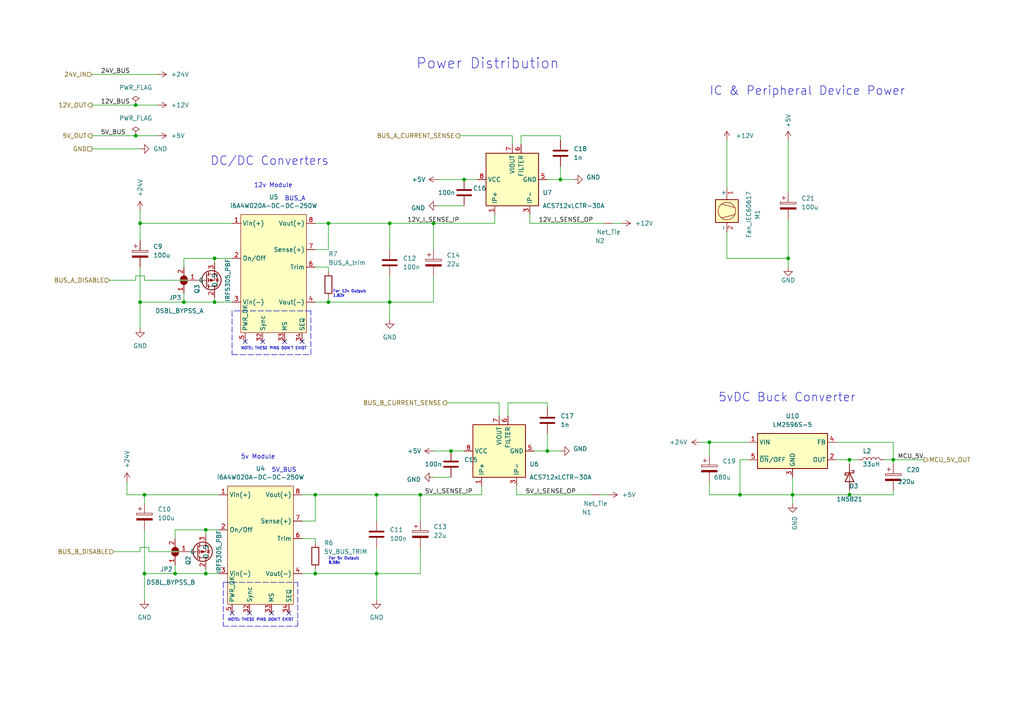
<source format=kicad_sch>
(kicad_sch (version 20211123) (generator eeschema)
  (paper "A4")
  (lib_symbols
    (symbol "000_Capacitor_Electrolytic_Immo:100u" (pin_numbers hide) (pin_names (offset 0.254))
      (property "Reference" "C" (at 0.635 2.54 0))
      (property "Value" "100u" (at 0.635 -2.54 0))
      (symbol "100u_0_1"
        (rectangle (start -2.286 0.508) (end 2.286 1.016))
        (polyline (pts (xy -1.778 2.286) (xy -0.762 2.286)))
        (polyline (pts (xy -1.27 2.794) (xy -1.27 1.778)))
        (rectangle (start 2.286 -0.508) (end -2.286 -1.016) (fill (type outline)))
      )
      (symbol "100u_1_1"
        (pin passive line (at 0 3.81 270) (length 2.794) (name "~") (number "1"))
        (pin passive line (at 0 -3.81 90) (length 2.794) (name "~") (number "2"))
      )
    )
    (symbol "000_Capacitor_Electrolytic_Immo:22u" (pin_numbers hide) (pin_names (offset 0.254))
      (property "Reference" "C" (at 0.635 2.54 0))
      (property "Value" "22u" (at 0.635 -2.54 0))
      (symbol "22u_0_1"
        (rectangle (start -2.286 0.508) (end 2.286 1.016))
        (polyline (pts (xy -1.778 2.286) (xy -0.762 2.286)))
        (polyline (pts (xy -1.27 2.794) (xy -1.27 1.778)))
        (rectangle (start 2.286 -0.508) (end -2.286 -1.016) (fill (type outline)))
      )
      (symbol "22u_1_1"
        (pin passive line (at 0 3.81 270) (length 2.794) (name "~") (number "1"))
        (pin passive line (at 0 -3.81 90) (length 2.794) (name "~") (number "2"))
      )
    )
    (symbol "000_Capacitor_Film_Immo:cap_film_0805" (pin_numbers hide) (pin_names (offset 0.254))
      (property "Reference" "C" (at 0.635 2.54 0))
      (property "Value" "cap_film_0805" (at 0.635 -2.54 0))
      (symbol "cap_film_0805_0_1"
        (polyline (pts (xy -2.032 -0.762) (xy 2.032 -0.762)) (stroke (width 0.508)))
        (polyline (pts (xy -2.032 0.762) (xy 2.032 0.762)) (stroke (width 0.508)))
      )
      (symbol "cap_film_0805_1_1"
        (pin passive line (at 0 3.81 270) (length 2.794) (name "~") (number "1"))
        (pin passive line (at 0 -3.81 90) (length 2.794) (name "~") (number "2"))
      )
    )
    (symbol "000_Heat_Management_Immo:Fan_IEC60617" (pin_names (offset 0))
      (property "Reference" "M" (at 3.81 3.81 0))
      (property "Value" "Fan_IEC60617" (at 3.81 2.54 0))
      (symbol "Fan_IEC60617_0_1"
        (rectangle (start -3.302 4.318) (end 3.302 -2.286) (stroke (width 0.254)) (fill (type background)))
        (polyline (pts (xy -1.524 -1.016) (xy 2.286 0)))
        (polyline (pts (xy -1.524 3.048) (xy 2.286 2.032)))
        (polyline (pts (xy 0 -5.08) (xy 0 -4.572)))
        (polyline (pts (xy 0 -2.2352) (xy 0 -2.6416)))
        (polyline (pts (xy 0 4.2672) (xy 0 4.6228)))
        (polyline (pts (xy 0 4.572) (xy 0 5.08)))
        (circle (center 0 1.016) (radius 2.54))
      )
      (symbol "Fan_IEC60617_1_1"
        (pin passive line (at 0 7.62 270) (length 2.54) (name "+") (number "1"))
        (pin passive line (at 0 -5.08 90) (length 2.54) (name "-") (number "2"))
      )
    )
    (symbol "000_MOSFET_Immo:IRF5305_PBF"
      (property "Reference" "Q?" (at 0 10.16 90))
      (property "Value" "IRF5305_PBF" (at 5.08 8.89 90))
      (symbol "IRF5305_PBF_0_1"
        (polyline (pts (xy 0.254 0) (xy -2.54 0)))
        (polyline (pts (xy 0.254 1.905) (xy 0.254 -1.905)) (stroke (width 0.254)))
        (polyline (pts (xy 0.762 -1.27) (xy 0.762 -2.286)) (stroke (width 0.254)))
        (polyline (pts (xy 0.762 0.508) (xy 0.762 -0.508)) (stroke (width 0.254)))
        (polyline (pts (xy 0.762 2.286) (xy 0.762 1.27)) (stroke (width 0.254)))
        (polyline (pts (xy 2.54 2.54) (xy 2.54 1.778)))
        (polyline (pts (xy 2.54 -2.54) (xy 2.54 0) (xy 0.762 0)))
        (polyline (pts (xy 0.762 1.778) (xy 3.302 1.778) (xy 3.302 -1.778) (xy 0.762 -1.778)))
        (polyline (pts (xy 2.286 0) (xy 1.27 0.381) (xy 1.27 -0.381) (xy 2.286 0)) (fill (type outline)))
        (polyline (pts (xy 2.794 -0.508) (xy 2.921 -0.381) (xy 3.683 -0.381) (xy 3.81 -0.254)))
        (polyline (pts (xy 3.302 -0.381) (xy 2.921 0.254) (xy 3.683 0.254) (xy 3.302 -0.381)))
        (circle (center 1.651 0) (radius 2.794) (stroke (width 0.254)))
        (circle (center 2.54 -1.778) (radius 0.254) (fill (type outline)))
        (circle (center 2.54 1.778) (radius 0.254) (fill (type outline)))
      )
      (symbol "IRF5305_PBF_1_1"
        (pin input line (at -5.08 0 0) (length 2.54) (name "G") (number "1"))
        (pin passive line (at 2.54 5.08 270) (length 2.54) (name "D") (number "2"))
        (pin passive line (at 2.54 -5.08 90) (length 2.54) (name "S") (number "3"))
      )
    )
    (symbol "000_Modules_Immo:i6A4W020A-DC-DC-250W"
      (property "Reference" "U?" (at -0.635 10.16 0))
      (property "Value" "i6A4W020A-DC-DC-250W" (at -0.635 7.62 0))
      (property "Footprint" "ISOpower:i6A4W-DIP" (at 0 0 0))
      (symbol "i6A4W020A-DC-DC-250W_0_0"
        (pin power_in line (at -12.7 2.54 0) (length 2.54) (name "Vin(+)") (number "1"))
        (pin passive line (at -12.7 -7.62 0) (length 2.54) (name "On/Off") (number "2"))
        (pin passive line (at -12.7 -20.32 0) (length 2.54) (name "Vin(-)") (number "3"))
        (pin passive line (at -3.81 -31.75 90) (length 2.54) (name "Sync") (number "32"))
        (pin passive line (at 2.54 -31.75 90) (length 2.54) (name "MS") (number "33"))
        (pin passive line (at 7.62 -31.75 90) (length 2.54) (name "SEQ") (number "34"))
        (pin passive line (at 11.43 -20.32 180) (length 2.54) (name "Vout(-)") (number "4"))
        (pin passive line (at -8.89 -31.75 90) (length 2.54) (name "PWR_OK") (number "5"))
        (pin passive line (at 11.43 -10.16 180) (length 2.54) (name "Trim") (number "6"))
        (pin input line (at 11.43 -5.08 180) (length 2.54) (name "Sense(+)") (number "7"))
        (pin power_out line (at 11.43 2.54 180) (length 2.54) (name "Vout(+)") (number "8"))
      )
      (symbol "i6A4W020A-DC-DC-250W_0_1"
        (rectangle (start -10.16 5.08) (end 8.89 -29.21) (fill (type background)))
      )
    )
    (symbol "000_Resistors_Immo:Resistor_0805" (pin_numbers hide) (pin_names (offset 0))
      (property "Reference" "R?" (at 2.54 1.2701 0))
      (property "Value" "Resistor_0805" (at 2.54 -1.2699 0))
      (symbol "Resistor_0805_0_1"
        (rectangle (start -1.016 -2.54) (end 1.016 2.54) (stroke (width 0.254)))
      )
      (symbol "Resistor_0805_1_1"
        (pin passive line (at 0 3.81 270) (length 1.27) (name "~") (number "1"))
        (pin passive line (at 0 -3.81 90) (length 1.27) (name "~") (number "2"))
      )
    )
    (symbol "000_Utility_Immo:Net_Tie" (pin_numbers hide) (pin_names (offset 0) hide) (in_bom no)
      (property "Reference" "N" (at 0 5.08 0))
      (property "Value" "Net_Tie" (at 0 2.794 0))
      (symbol "Net_Tie_1_1"
        (pin passive line (at -1.27 0 0) (length 1.27) (name "A") (number "1"))
        (pin passive line (at 1.27 0 180) (length 1.27) (name "C") (number "2"))
      )
    )
    (symbol "Device:L" (pin_numbers hide) (pin_names (offset 1.016) hide)
      (property "Reference" "L" (at -1.27 0 90))
      (property "Value" "L" (at 1.905 0 90))
      (symbol "L_0_1"
        (arc (start 0 -2.54) (mid 0.635 -1.905) (end 0 -1.27))
        (arc (start 0 -1.27) (mid 0.635 -0.635) (end 0 0))
        (arc (start 0 0) (mid 0.635 0.635) (end 0 1.27))
        (arc (start 0 1.27) (mid 0.635 1.905) (end 0 2.54))
      )
      (symbol "L_1_1"
        (pin passive line (at 0 3.81 270) (length 1.27) (name "1") (number "1"))
        (pin passive line (at 0 -3.81 90) (length 1.27) (name "2") (number "2"))
      )
    )
    (symbol "Diode:1N5821" (pin_numbers hide) (pin_names (offset 1.016) hide)
      (property "Reference" "D" (at 0 2.54 0))
      (property "Value" "1N5821" (at 0 -2.54 0))
      (symbol "1N5821_0_1"
        (polyline (pts (xy 1.27 0) (xy -1.27 0)))
        (polyline (pts (xy 1.27 1.27) (xy 1.27 -1.27) (xy -1.27 0) (xy 1.27 1.27)) (stroke (width 0.254)))
        (polyline (pts (xy -1.905 0.635) (xy -1.905 1.27) (xy -1.27 1.27) (xy -1.27 -1.27) (xy -0.635 -1.27) (xy -0.635 -0.635)) (stroke (width 0.254)))
      )
      (symbol "1N5821_1_1"
        (pin passive line (at -3.81 0 0) (length 2.54) (name "K") (number "1"))
        (pin passive line (at 3.81 0 180) (length 2.54) (name "A") (number "2"))
      )
    )
    (symbol "Jumper:SolderJumper_2_Open" (pin_names (offset 0) hide)
      (property "Reference" "JP" (at 0 2.032 0))
      (property "Value" "SolderJumper_2_Open" (at 0 -2.54 0))
      (symbol "SolderJumper_2_Open_0_1"
        (arc (start -0.254 1.016) (mid -1.27 0) (end -0.254 -1.016))
        (arc (start -0.254 1.016) (mid -1.27 0) (end -0.254 -1.016) (fill (type outline)))
        (polyline (pts (xy -0.254 1.016) (xy -0.254 -1.016)))
        (polyline (pts (xy 0.254 1.016) (xy 0.254 -1.016)))
        (arc (start 0.254 -1.016) (mid 1.27 0) (end 0.254 1.016))
        (arc (start 0.254 -1.016) (mid 1.27 0) (end 0.254 1.016) (fill (type outline)))
      )
      (symbol "SolderJumper_2_Open_1_1"
        (pin passive line (at -3.81 0 0) (length 2.54) (name "A") (number "1"))
        (pin passive line (at 3.81 0 180) (length 2.54) (name "B") (number "2"))
      )
    )
    (symbol "Regulator_Switching:LM2596S-5"
      (property "Reference" "U" (at -10.16 6.35 0))
      (property "Value" "LM2596S-5" (at 0 6.35 0))
      (symbol "LM2596S-5_0_1"
        (rectangle (start -10.16 5.08) (end 10.16 -5.08) (stroke (width 0.254)) (fill (type background)))
      )
      (symbol "LM2596S-5_1_1"
        (pin power_in line (at -12.7 2.54 0) (length 2.54) (name "VIN") (number "1"))
        (pin output line (at 12.7 -2.54 180) (length 2.54) (name "OUT") (number "2"))
        (pin power_in line (at 0 -7.62 90) (length 2.54) (name "GND") (number "3"))
        (pin input line (at 12.7 2.54 180) (length 2.54) (name "FB") (number "4"))
        (pin input line (at -12.7 -2.54 0) (length 2.54) (name "~{ON}/OFF") (number "5"))
      )
    )
    (symbol "Sensor_Current:ACS712xLCTR-30A"
      (property "Reference" "U" (at 2.54 11.43 0))
      (property "Value" "ACS712xLCTR-30A" (at 2.54 8.89 0))
      (symbol "ACS712xLCTR-30A_0_1"
        (rectangle (start -7.62 7.62) (end 7.62 -7.62) (stroke (width 0.254)) (fill (type background)))
      )
      (symbol "ACS712xLCTR-30A_1_1"
        (pin passive line (at -10.16 5.08 0) (length 2.54) (name "IP+") (number "1"))
        (pin passive line (at -10.16 5.08 0) (length 2.54) hide (name "IP+") (number "2"))
        (pin passive line (at -10.16 -5.08 0) (length 2.54) (name "IP-") (number "3"))
        (pin passive line (at -10.16 -5.08 0) (length 2.54) hide (name "IP-") (number "4"))
        (pin power_in line (at 0 -10.16 90) (length 2.54) (name "GND") (number "5"))
        (pin passive line (at 10.16 -2.54 180) (length 2.54) (name "FILTER") (number "6"))
        (pin output line (at 10.16 0 180) (length 2.54) (name "VIOUT") (number "7"))
        (pin power_in line (at 0 10.16 270) (length 2.54) (name "VCC") (number "8"))
      )
    )
    (symbol "power:+12V" (power) (pin_names (offset 0))
      (property "Value" "+12V" (at 0 3.556 0))
      (symbol "+12V_0_1"
        (polyline (pts (xy -0.762 1.27) (xy 0 2.54)))
        (polyline (pts (xy 0 0) (xy 0 2.54)))
        (polyline (pts (xy 0 2.54) (xy 0.762 1.27)))
      )
      (symbol "+12V_1_1"
        (pin power_in line (at 0 0 90) (length 0) hide (name "+12V") (number "1"))
      )
    )
    (symbol "power:+24V" (power) (pin_names (offset 0))
      (property "Value" "+24V" (at 0 3.556 0))
      (symbol "+24V_0_1"
        (polyline (pts (xy -0.762 1.27) (xy 0 2.54)))
        (polyline (pts (xy 0 0) (xy 0 2.54)))
        (polyline (pts (xy 0 2.54) (xy 0.762 1.27)))
      )
      (symbol "+24V_1_1"
        (pin power_in line (at 0 0 90) (length 0) hide (name "+24V") (number "1"))
      )
    )
    (symbol "power:+5V" (power) (pin_names (offset 0))
      (property "Value" "+5V" (at 0 3.556 0))
      (symbol "+5V_0_1"
        (polyline (pts (xy -0.762 1.27) (xy 0 2.54)))
        (polyline (pts (xy 0 0) (xy 0 2.54)))
        (polyline (pts (xy 0 2.54) (xy 0.762 1.27)))
      )
      (symbol "+5V_1_1"
        (pin power_in line (at 0 0 90) (length 0) hide (name "+5V") (number "1"))
      )
    )
    (symbol "power:GND" (power) (pin_names (offset 0))
      (property "Value" "GND" (at 0 -3.81 0))
      (symbol "GND_0_1"
        (polyline (pts (xy 0 0) (xy 0 -1.27) (xy 1.27 -1.27) (xy 0 -2.54) (xy -1.27 -1.27) (xy 0 -1.27)))
      )
      (symbol "GND_1_1"
        (pin power_in line (at 0 0 270) (length 0) hide (name "GND") (number "1"))
      )
    )
    (symbol "power:PWR_FLAG" (power) (pin_numbers hide) (pin_names (offset 0) hide)
      (property "Value" "PWR_FLAG" (at 0 3.81 0))
      (symbol "PWR_FLAG_0_0"
        (pin power_out line (at 0 0 90) (length 0) (name "pwr") (number "1"))
      )
      (symbol "PWR_FLAG_0_1"
        (polyline (pts (xy 0 0) (xy 0 1.27) (xy -1.016 1.905) (xy 0 2.54) (xy 1.016 1.905) (xy 0 1.27)))
      )
    )
  )
  (junction (at 228.6 74.93))
  (junction (at 134.62 52.07))
  (junction (at 41.91 143.51))
  (junction (at 50.8 166.37))
  (junction (at 62.23 87.63))
  (junction (at 109.22 143.51))
  (junction (at 246.38 133.35))
  (junction (at 205.74 128.27))
  (junction (at 39.37 30.48))
  (junction (at 125.73 64.77))
  (junction (at 246.38 143.51))
  (junction (at 39.37 39.37))
  (junction (at 59.69 153.67))
  (junction (at 113.03 64.77))
  (junction (at 121.92 143.51))
  (junction (at 91.44 166.37))
  (junction (at 158.75 130.81))
  (junction (at 40.64 64.77))
  (junction (at 95.25 87.63))
  (junction (at 91.44 143.51))
  (junction (at 59.69 166.37))
  (junction (at 109.22 166.37))
  (junction (at 130.81 130.81))
  (junction (at 95.25 64.77))
  (junction (at 53.34 87.63))
  (junction (at 229.87 143.51))
  (junction (at 41.91 166.37))
  (junction (at 162.56 52.07))
  (junction (at 40.64 87.63))
  (junction (at 214.63 143.51))
  (junction (at 62.23 74.93))
  (junction (at 113.03 87.63))
  (junction (at 259.08 133.35))
  (no_connect (at 72.39 177.8))
  (no_connect (at 67.31 177.8))
  (no_connect (at 83.82 177.8))
  (no_connect (at 78.74 177.8))
  (no_connect (at 87.63 99.06))
  (no_connect (at 76.2 99.06))
  (no_connect (at 71.12 99.06))
  (no_connect (at 82.55 99.06))
  (wire (pts (xy 256.54 133.35) (xy 259.08 133.35)))
  (wire (pts (xy 149.86 143.51) (xy 171.45 143.51)))
  (wire (pts (xy 39.37 80.01) (xy 41.91 80.01)))
  (wire (pts (xy 228.6 63.5) (xy 228.6 74.93)))
  (wire (pts (xy 214.63 143.51) (xy 205.74 143.51)))
  (wire (pts (xy 87.63 166.37) (xy 91.44 166.37)))
  (wire (pts (xy 91.44 64.77) (xy 95.25 64.77)))
  (wire (pts (xy 91.44 87.63) (xy 95.25 87.63)))
  (wire (pts (xy 31.75 81.28) (xy 39.37 81.28)))
  (wire (pts (xy 246.38 143.51) (xy 259.08 143.51)))
  (wire (pts (xy 151.13 39.37) (xy 162.56 39.37)))
  (wire (pts (xy 125.73 130.81) (xy 130.81 130.81)))
  (polyline (pts (xy 86.36 181.61) (xy 86.36 168.91)))
  (wire (pts (xy 26.67 30.48) (xy 39.37 30.48)))
  (wire (pts (xy 91.44 166.37) (xy 91.44 165.1)))
  (wire (pts (xy 134.62 59.69) (xy 127 59.69)))
  (wire (pts (xy 33.02 160.02) (xy 40.64 160.02)))
  (wire (pts (xy 259.08 142.24) (xy 259.08 143.51)))
  (wire (pts (xy 50.8 166.37) (xy 59.69 166.37)))
  (wire (pts (xy 228.6 40.64) (xy 228.6 55.88)))
  (wire (pts (xy 113.03 92.71) (xy 113.03 87.63)))
  (polyline (pts (xy 64.77 168.91) (xy 64.77 181.61)))
  (wire (pts (xy 91.44 156.21) (xy 91.44 157.48)))
  (wire (pts (xy 95.25 87.63) (xy 113.03 87.63)))
  (wire (pts (xy 26.67 43.18) (xy 40.64 43.18)))
  (wire (pts (xy 125.73 64.77) (xy 143.51 64.77)))
  (wire (pts (xy 26.67 21.59) (xy 45.72 21.59)))
  (wire (pts (xy 246.38 133.35) (xy 242.57 133.35)))
  (wire (pts (xy 62.23 74.93) (xy 53.34 74.93)))
  (wire (pts (xy 113.03 87.63) (xy 113.03 80.01)))
  (wire (pts (xy 153.67 64.77) (xy 175.26 64.77)))
  (wire (pts (xy 50.8 163.83) (xy 50.8 166.37)))
  (wire (pts (xy 87.63 156.21) (xy 91.44 156.21)))
  (wire (pts (xy 121.92 151.13) (xy 121.92 143.51)))
  (wire (pts (xy 87.63 151.13) (xy 91.44 151.13)))
  (wire (pts (xy 176.53 143.51) (xy 173.99 143.51)))
  (wire (pts (xy 59.69 165.1) (xy 59.69 166.37)))
  (wire (pts (xy 205.74 128.27) (xy 217.17 128.27)))
  (wire (pts (xy 36.83 139.7) (xy 36.83 143.51)))
  (wire (pts (xy 62.23 76.2) (xy 62.23 74.93)))
  (wire (pts (xy 214.63 133.35) (xy 214.63 143.51)))
  (wire (pts (xy 41.91 143.51) (xy 63.5 143.51)))
  (polyline (pts (xy 90.17 90.17) (xy 67.31 90.17)))
  (wire (pts (xy 43.18 160.02) (xy 52.07 160.02)))
  (wire (pts (xy 43.18 158.75) (xy 43.18 160.02)))
  (wire (pts (xy 109.22 166.37) (xy 121.92 166.37)))
  (wire (pts (xy 59.69 153.67) (xy 59.69 154.94)))
  (wire (pts (xy 147.32 116.84) (xy 147.32 120.65)))
  (wire (pts (xy 40.64 160.02) (xy 40.64 158.75)))
  (wire (pts (xy 151.13 39.37) (xy 151.13 41.91)))
  (wire (pts (xy 210.82 40.64) (xy 210.82 54.61)))
  (wire (pts (xy 41.91 153.67) (xy 41.91 166.37)))
  (wire (pts (xy 39.37 81.28) (xy 39.37 80.01)))
  (wire (pts (xy 229.87 143.51) (xy 214.63 143.51)))
  (polyline (pts (xy 64.77 181.61) (xy 86.36 181.61)))
  (wire (pts (xy 246.38 143.51) (xy 246.38 142.24)))
  (wire (pts (xy 26.67 39.37) (xy 39.37 39.37)))
  (wire (pts (xy 95.25 64.77) (xy 113.03 64.77)))
  (wire (pts (xy 62.23 86.36) (xy 62.23 87.63)))
  (wire (pts (xy 246.38 134.62) (xy 246.38 133.35)))
  (polyline (pts (xy 90.17 102.87) (xy 90.17 90.17)))
  (wire (pts (xy 113.03 87.63) (xy 125.73 87.63)))
  (wire (pts (xy 87.63 143.51) (xy 91.44 143.51)))
  (wire (pts (xy 53.34 74.93) (xy 53.34 77.47)))
  (wire (pts (xy 59.69 166.37) (xy 63.5 166.37)))
  (wire (pts (xy 40.64 77.47) (xy 40.64 87.63)))
  (wire (pts (xy 210.82 74.93) (xy 228.6 74.93)))
  (wire (pts (xy 39.37 39.37) (xy 45.72 39.37)))
  (wire (pts (xy 41.91 166.37) (xy 50.8 166.37)))
  (polyline (pts (xy 64.77 168.91) (xy 86.36 168.91)))
  (wire (pts (xy 121.92 143.51) (xy 139.7 143.51)))
  (wire (pts (xy 63.5 153.67) (xy 59.69 153.67)))
  (wire (pts (xy 36.83 143.51) (xy 41.91 143.51)))
  (wire (pts (xy 162.56 48.26) (xy 162.56 52.07)))
  (wire (pts (xy 134.62 52.07) (xy 138.43 52.07)))
  (wire (pts (xy 109.22 166.37) (xy 109.22 158.75)))
  (wire (pts (xy 158.75 116.84) (xy 147.32 116.84)))
  (wire (pts (xy 41.91 80.01) (xy 41.91 81.28)))
  (wire (pts (xy 95.25 77.47) (xy 95.25 78.74)))
  (wire (pts (xy 148.59 41.91) (xy 148.59 39.37)))
  (wire (pts (xy 133.35 39.37) (xy 148.59 39.37)))
  (wire (pts (xy 91.44 77.47) (xy 95.25 77.47)))
  (wire (pts (xy 125.73 72.39) (xy 125.73 64.77)))
  (wire (pts (xy 259.08 133.35) (xy 259.08 128.27)))
  (wire (pts (xy 143.51 64.77) (xy 143.51 62.23)))
  (wire (pts (xy 149.86 140.97) (xy 149.86 143.51)))
  (wire (pts (xy 91.44 151.13) (xy 91.44 143.51)))
  (wire (pts (xy 40.64 158.75) (xy 43.18 158.75)))
  (polyline (pts (xy 67.31 90.17) (xy 67.31 102.87)))
  (wire (pts (xy 130.81 130.81) (xy 134.62 130.81)))
  (wire (pts (xy 109.22 151.13) (xy 109.22 143.51)))
  (wire (pts (xy 144.78 116.84) (xy 144.78 120.65)))
  (wire (pts (xy 259.08 133.35) (xy 259.08 134.62)))
  (wire (pts (xy 62.23 74.93) (xy 67.31 74.93)))
  (wire (pts (xy 91.44 72.39) (xy 95.25 72.39)))
  (wire (pts (xy 91.44 143.51) (xy 109.22 143.51)))
  (wire (pts (xy 95.25 87.63) (xy 95.25 86.36)))
  (wire (pts (xy 109.22 173.99) (xy 109.22 166.37)))
  (wire (pts (xy 39.37 30.48) (xy 45.72 30.48)))
  (wire (pts (xy 246.38 133.35) (xy 248.92 133.35)))
  (wire (pts (xy 205.74 128.27) (xy 205.74 132.08)))
  (wire (pts (xy 229.87 143.51) (xy 229.87 146.05)))
  (wire (pts (xy 229.87 143.51) (xy 246.38 143.51)))
  (wire (pts (xy 113.03 72.39) (xy 113.03 64.77)))
  (wire (pts (xy 40.64 64.77) (xy 67.31 64.77)))
  (wire (pts (xy 203.2 128.27) (xy 205.74 128.27)))
  (wire (pts (xy 41.91 146.05) (xy 41.91 143.51)))
  (wire (pts (xy 62.23 87.63) (xy 67.31 87.63)))
  (wire (pts (xy 40.64 87.63) (xy 53.34 87.63)))
  (wire (pts (xy 242.57 128.27) (xy 259.08 128.27)))
  (wire (pts (xy 40.64 87.63) (xy 40.64 95.25)))
  (wire (pts (xy 95.25 72.39) (xy 95.25 64.77)))
  (wire (pts (xy 40.64 60.96) (xy 40.64 64.77)))
  (wire (pts (xy 162.56 52.07) (xy 166.37 52.07)))
  (wire (pts (xy 109.22 143.51) (xy 121.92 143.51)))
  (wire (pts (xy 158.75 130.81) (xy 162.56 130.81)))
  (wire (pts (xy 217.17 133.35) (xy 214.63 133.35)))
  (wire (pts (xy 53.34 85.09) (xy 53.34 87.63)))
  (wire (pts (xy 154.94 130.81) (xy 158.75 130.81)))
  (wire (pts (xy 210.82 67.31) (xy 210.82 74.93)))
  (wire (pts (xy 125.73 87.63) (xy 125.73 80.01)))
  (wire (pts (xy 53.34 87.63) (xy 62.23 87.63)))
  (wire (pts (xy 158.75 125.73) (xy 158.75 130.81)))
  (wire (pts (xy 228.6 74.93) (xy 228.6 77.47)))
  (wire (pts (xy 139.7 143.51) (xy 139.7 140.97)))
  (wire (pts (xy 130.81 138.43) (xy 125.73 138.43)))
  (wire (pts (xy 113.03 64.77) (xy 125.73 64.77)))
  (wire (pts (xy 259.08 133.35) (xy 267.97 133.35)))
  (wire (pts (xy 158.75 52.07) (xy 162.56 52.07)))
  (wire (pts (xy 40.64 64.77) (xy 40.64 69.85)))
  (wire (pts (xy 91.44 166.37) (xy 109.22 166.37)))
  (wire (pts (xy 50.8 153.67) (xy 59.69 153.67)))
  (wire (pts (xy 41.91 81.28) (xy 54.61 81.28)))
  (wire (pts (xy 50.8 156.21) (xy 50.8 153.67)))
  (wire (pts (xy 205.74 139.7) (xy 205.74 143.51)))
  (wire (pts (xy 41.91 166.37) (xy 41.91 173.99)))
  (wire (pts (xy 153.67 62.23) (xy 153.67 64.77)))
  (wire (pts (xy 127 52.07) (xy 134.62 52.07)))
  (wire (pts (xy 162.56 40.64) (xy 162.56 39.37)))
  (wire (pts (xy 121.92 166.37) (xy 121.92 158.75)))
  (wire (pts (xy 158.75 118.11) (xy 158.75 116.84)))
  (wire (pts (xy 180.34 64.77) (xy 177.8 64.77)))
  (wire (pts (xy 129.54 116.84) (xy 144.78 116.84)))
  (polyline (pts (xy 67.31 102.87) (xy 90.17 102.87)))
  (wire (pts (xy 229.87 138.43) (xy 229.87 143.51)))
  (text "For 5v Output:\n8.58k" (at 95.25 163.83 0) (effects (font (size 0.8 0.8)) (justify left bottom)))
  (text "12v Module" (at 73.66 54.61 0) (effects (font (size 1.27 1.27)) (justify left bottom)))
  (text "IC & Peripheral Device Power" (at 205.74 27.94 0) (effects (font (size 2.5 2.5)) (justify left bottom)))
  (text "NOTE: THESE PINS DON'T EXIST" (at 69.85 101.6 0) (effects (font (size 0.8 0.8)) (justify left bottom)))
  (text "NOTE: THESE PINS DON'T EXIST" (at 66.04 180.34 0) (effects (font (size 0.8 0.8)) (justify left bottom)))
  (text "5v Module" (at 69.85 133.35 0) (effects (font (size 1.27 1.27)) (justify left bottom)))
  (text "Power Distribution" (at 120.65 20.32 0) (effects (font (size 3 3)) (justify left bottom)))
  (text "DC/DC Converters" (at 60.96 48.26 0) (effects (font (size 2.5 2.5)) (justify left bottom)))
  (text "For 12v Output:\n1.82k" (at 96.52 86.36 0) (effects (font (size 0.8 0.8)) (justify left bottom)))
  (text "5vDC Buck Converter" (at 208.28 116.84 0) (effects (font (size 2.5 2.5)) (justify left bottom)))
  (text "5V_BUS" (at 78.74 137.16 0) (effects (font (size 1.27 1.27)) (justify left bottom)))
  (text "BUS_A" (at 82.55 58.42 0) (effects (font (size 1.27 1.27)) (justify left bottom)))
  (label "12V_I_SENSE_IP" (at 118.11 64.77 0))
  (label "12V_I_SENSE_OP" (at 156.21 64.77 0))
  (label "5V_I_SENSE_OP" (at 152.4 143.51 0))
  (label "12V_BUS" (at 29.21 30.48 0))
  (label "24V_BUS" (at 29.21 21.59 0))
  (label "5V_BUS" (at 29.21 39.37 0))
  (label "MCU_5V" (at 260.35 133.35 0))
  (label "5V_I_SENSE_IP" (at 123.19 143.51 0))
  (hierarchical_label "BUS_B_CURRENT_SENSE" (shape output) (at 129.54 116.84 180))
  (hierarchical_label "GND" (shape passive) (at 26.67 43.18 180))
  (hierarchical_label "5V_OUT" (shape output) (at 26.67 39.37 180))
  (hierarchical_label "BUS_B_DISABLE" (shape input) (at 33.02 160.02 180))
  (hierarchical_label "24V_IN" (shape input) (at 26.67 21.59 180))
  (hierarchical_label "12V_OUT" (shape output) (at 26.67 30.48 180))
  (hierarchical_label "BUS_A_CURRENT_SENSE" (shape output) (at 133.35 39.37 180))
  (hierarchical_label "BUS_A_DISABLE" (shape input) (at 31.75 81.28 180))
  (hierarchical_label "MCU_5V_OUT" (shape output) (at 267.97 133.35 0))
  (symbol (lib_id "power:GND") (at 162.56 130.81 90) (unit 1)
    (property "Reference" "#PWR045" (effects hide))
    (property "Value" "GND" (at 168.275 130.175 90))
  )
  (symbol (lib_id "000_Modules_Immo:i6A4W020A-DC-DC-250W") (at 76.2 146.05 0) (unit 1)
    (property "Reference" "U4" (at 75.565 135.89 0))
    (property "Value" "i6A4W020A-DC-DC-250W" (at 75.565 138.43 0))
    (property "Footprint" "ISOpower:i6A4W-DIP" (effects hide))
  )
  (symbol (lib_id "Diode:1N5821") (at 246.38 138.43 270) (unit 1)
    (property "Reference" "D3" (at 247.65 140.97 90))
    (property "Value" "1N5821" (at 246.38 144.78 90))
    (property "Footprint" "Diode_SMD:D_SMA" (effects hide))
    (property "Datasheet" "http://www.vishay.com/docs/88526/1n5820.pdf" (effects hide))
  )
  (symbol (lib_id "000_Capacitor_Electrolytic_Immo:100u") (at 259.08 138.43 0) (unit 1)
    (property "Reference" "C20" (at 262.89 136.2709 0) (effects (justify left)))
    (property "Value" "220u" (at 260.35 139.7 0) (effects (justify left)))
    (property "Footprint" "Capacitor_SMD:CP_Elec_6.3x7.7" (effects hide))
  )
  (symbol (lib_id "000_Capacitor_Film_Immo:cap_film_0805") (at 134.62 55.88 0) (unit 1)
    (property "Reference" "C16" (at 137.16 54.61 0) (effects (justify left)))
    (property "Value" "100n" (at 127 55.88 0) (effects (justify left)))
    (property "Footprint" "Capacitor_SMD:C_0805_2012Metric_Pad1.18x1.45mm_HandSolder" (effects hide))
  )
  (symbol (lib_id "power:GND") (at 229.87 146.05 0) (unit 1)
    (property "Reference" "#PWR051" (effects hide))
    (property "Value" "GND" (at 230.505 151.765 90))
  )
  (symbol (lib_id "000_Capacitor_Electrolytic_Immo:100u") (at 205.74 135.89 0) (unit 1)
    (property "Reference" "C19" (at 209.55 133.7309 0) (effects (justify left)))
    (property "Value" "680u" (at 207.01 138.43 0) (effects (justify left)))
    (property "Footprint" "Capacitor_THT:C_Radial_D12.5mm_H20.0mm_P5.00mm" (effects hide))
  )
  (symbol (lib_id "power:+24V") (at 36.83 139.7 0) (unit 1)
    (property "Reference" "#PWR029" (effects hide))
    (property "Value" "+24V" (at 36.83 135.89 90) (effects (justify left)))
  )
  (symbol (lib_id "000_Utility_Immo:Net_Tie") (at 176.53 64.77 0) (unit 1) (in_bom no)
    (property "Reference" "N2" (at 173.99 69.85 0))
    (property "Value" "Net_Tie" (at 176.53 67.31 0))
    (property "Footprint" "NetTie:NetTie-2_SMD_Pad0.5mm" (effects hide))
  )
  (symbol (lib_id "power:+24V") (at 45.72 21.59 270) (unit 1)
    (property "Reference" "#PWR030" (effects hide))
    (property "Value" "+24V" (at 49.53 21.59 90) (effects (justify left)))
  )
  (symbol (lib_id "power:+5V") (at 125.73 130.81 90) (unit 1)
    (property "Reference" "#PWR039" (effects hide))
    (property "Value" "+5V" (at 118.11 130.81 90) (effects (justify right)))
  )
  (symbol (lib_id "power:+5V") (at 45.72 39.37 270) (unit 1)
    (property "Reference" "#PWR032" (effects hide))
    (property "Value" "+5V" (at 49.53 39.3699 90) (effects (justify left)))
  )
  (symbol (lib_id "power:GND") (at 41.91 173.99 0) (unit 1)
    (property "Reference" "#PWR036" (effects hide))
    (property "Value" "GND" (at 41.91 179.07 0))
  )
  (symbol (lib_id "Regulator_Switching:LM2596S-5") (at 229.87 130.81 0) (unit 1)
    (property "Reference" "U10" (at 229.87 120.65 0))
    (property "Value" "LM2596S-5" (at 229.87 123.19 0))
    (property "Footprint" "Package_TO_SOT_SMD:TO-263-5_TabPin3" (effects hide))
    (property "Datasheet" "http://www.ti.com/lit/ds/symlink/lm2596.pdf" (effects hide))
  )
  (symbol (lib_id "power:GND") (at 40.64 43.18 90) (unit 1)
    (property "Reference" "#PWR033" (effects hide))
    (property "Value" "GND" (at 44.45 43.1799 90) (effects (justify right)))
  )
  (symbol (lib_id "Device:L") (at 252.73 133.35 90) (unit 1)
    (property "Reference" "L2" (at 251.46 130.81 90))
    (property "Value" "33uH" (at 252.73 134.62 90))
    (property "Footprint" "Inductor_SMD:L_12x12mm_H8mm" (effects hide))
  )
  (symbol (lib_id "power:GND") (at 125.73 138.43 270) (unit 1)
    (property "Reference" "#PWR040" (effects hide))
    (property "Value" "GND" (at 120.015 139.065 90))
  )
  (symbol (lib_id "Sensor_Current:ACS712xLCTR-30A") (at 144.78 130.81 90) (unit 1)
    (property "Reference" "U6" (at 154.94 134.62 90))
    (property "Value" "ACS712xLCTR-30A" (at 162.56 138.43 90))
    (property "Footprint" "Package_SO:SOIC-8_3.9x4.9mm_P1.27mm" (effects hide))
    (property "Datasheet" "http://www.allegromicro.com/~/media/Files/Datasheets/ACS712-Datasheet.ashx?la=en" (effects hide))
  )
  (symbol (lib_id "Sensor_Current:ACS712xLCTR-30A") (at 148.59 52.07 90) (unit 1)
    (property "Reference" "U7" (at 158.75 55.88 90))
    (property "Value" "ACS712xLCTR-30A" (at 166.37 59.69 90))
    (property "Footprint" "Package_SO:SOIC-8_3.9x4.9mm_P1.27mm" (effects hide))
    (property "Datasheet" "http://www.allegromicro.com/~/media/Files/Datasheets/ACS712-Datasheet.ashx?la=en" (effects hide))
  )
  (symbol (lib_id "power:PWR_FLAG") (at 39.37 30.48 0) (unit 1)
    (property "Reference" "#FLG04" (effects hide))
    (property "Value" "PWR_FLAG" (at 39.37 25.4 0))
  )
  (symbol (lib_id "000_Resistors_Immo:Resistor_0805") (at 95.25 82.55 0) (unit 1)
    (property "Reference" "R7" (at 95.25 73.66 0) (effects (justify left)))
    (property "Value" "BUS_A_trim" (at 95.25 76.2 0) (effects (justify left)))
    (property "Footprint" "Resistor_THT:R_Axial_DIN0309_L9.0mm_D3.2mm_P12.70mm_Horizontal" (effects hide))
  )
  (symbol (lib_id "000_Capacitor_Electrolytic_Immo:22u") (at 121.92 154.94 0) (unit 1)
    (property "Reference" "C13" (at 125.73 152.7809 0) (effects (justify left)))
    (property "Value" "22u" (at 125.73 155.3209 0) (effects (justify left)))
    (property "Footprint" "Capacitor_SMD:CP_Elec_6.3x5.4" (effects hide))
  )
  (symbol (lib_id "000_Capacitor_Film_Immo:cap_film_0805") (at 113.03 76.2 0) (unit 1)
    (property "Reference" "C12" (at 116.84 74.9299 0) (effects (justify left)))
    (property "Value" "100n" (at 116.84 77.4699 0) (effects (justify left)))
    (property "Footprint" "Capacitor_SMD:C_0805_2012Metric_Pad1.18x1.45mm_HandSolder" (effects hide))
  )
  (symbol (lib_id "000_Capacitor_Film_Immo:cap_film_0805") (at 162.56 44.45 0) (unit 1)
    (property "Reference" "C18" (at 166.37 43.1799 0) (effects (justify left)))
    (property "Value" "1n" (at 166.37 45.7199 0) (effects (justify left)))
    (property "Footprint" "Capacitor_SMD:C_0805_2012Metric_Pad1.18x1.45mm_HandSolder" (effects hide))
  )
  (symbol (lib_id "000_Heat_Management_Immo:Fan_IEC60617") (at 210.82 62.23 0) (unit 1)
    (property "Reference" "M1" (at 219.71 62.23 90))
    (property "Value" "Fan_IEC60617" (at 217.17 62.23 90))
    (property "Footprint" "ISOpower:Fan12V_40by10.5mm" (effects hide))
  )
  (symbol (lib_id "power:+24V") (at 203.2 128.27 90) (unit 1)
    (property "Reference" "#PWR048" (effects hide))
    (property "Value" "+24V" (at 199.39 128.27 90) (effects (justify left)))
  )
  (symbol (lib_id "000_Capacitor_Electrolytic_Immo:100u") (at 228.6 59.69 0) (unit 1)
    (property "Reference" "C21" (at 232.41 57.5309 0) (effects (justify left)))
    (property "Value" "100u" (at 232.41 60.0709 0) (effects (justify left)))
    (property "Footprint" "Capacitor_SMD:CP_Elec_6.3x7.7" (effects hide))
  )
  (symbol (lib_id "000_Capacitor_Electrolytic_Immo:100u") (at 40.64 73.66 0) (unit 1)
    (property "Reference" "C9" (at 44.45 71.5009 0) (effects (justify left)))
    (property "Value" "100u" (at 44.45 74.0409 0) (effects (justify left)))
    (property "Footprint" "Capacitor_SMD:CP_Elec_6.3x7.7" (effects hide))
  )
  (symbol (lib_id "000_Capacitor_Electrolytic_Immo:22u") (at 125.73 76.2 0) (unit 1)
    (property "Reference" "C14" (at 129.54 74.0409 0) (effects (justify left)))
    (property "Value" "22u" (at 129.54 76.5809 0) (effects (justify left)))
    (property "Footprint" "Capacitor_SMD:CP_Elec_6.3x5.4" (effects hide))
  )
  (symbol (lib_id "power:+12V") (at 45.72 30.48 270) (unit 1)
    (property "Reference" "#PWR031" (effects hide))
    (property "Value" "+12V" (at 49.53 30.4799 90) (effects (justify left)))
  )
  (symbol (lib_id "power:GND") (at 166.37 52.07 90) (unit 1)
    (property "Reference" "#PWR046" (effects hide))
    (property "Value" "GND" (at 172.085 51.435 90))
  )
  (symbol (lib_id "power:GND") (at 127 59.69 270) (unit 1)
    (property "Reference" "#PWR042" (effects hide))
    (property "Value" "GND" (at 121.285 60.325 90))
  )
  (symbol (lib_id "000_Capacitor_Electrolytic_Immo:100u") (at 41.91 149.86 0) (unit 1)
    (property "Reference" "C10" (at 45.72 147.7009 0) (effects (justify left)))
    (property "Value" "100u" (at 45.72 150.2409 0) (effects (justify left)))
    (property "Footprint" "Capacitor_SMD:CP_Elec_6.3x7.7" (effects hide))
  )
  (symbol (lib_id "power:PWR_FLAG") (at 39.37 39.37 0) (unit 1)
    (property "Reference" "#FLG05" (effects hide))
    (property "Value" "PWR_FLAG" (at 39.37 34.29 0))
  )
  (symbol (lib_id "power:+5V") (at 176.53 143.51 270) (unit 1)
    (property "Reference" "#PWR043" (effects hide))
    (property "Value" "+5V" (at 180.34 143.5099 90) (effects (justify left)))
  )
  (symbol (lib_id "power:+24V") (at 40.64 60.96 0) (unit 1)
    (property "Reference" "#PWR034" (effects hide))
    (property "Value" "+24V" (at 40.64 57.15 90) (effects (justify left)))
  )
  (symbol (lib_id "000_Capacitor_Film_Immo:cap_film_0805") (at 158.75 121.92 0) (unit 1)
    (property "Reference" "C17" (at 162.56 120.6499 0) (effects (justify left)))
    (property "Value" "1n" (at 162.56 123.1899 0) (effects (justify left)))
    (property "Footprint" "Capacitor_SMD:C_0805_2012Metric_Pad1.18x1.45mm_HandSolder" (effects hide))
  )
  (symbol (lib_id "000_Capacitor_Film_Immo:cap_film_0805") (at 109.22 154.94 0) (unit 1)
    (property "Reference" "C11" (at 113.03 153.6699 0) (effects (justify left)))
    (property "Value" "100n" (at 113.03 156.2099 0) (effects (justify left)))
    (property "Footprint" "Capacitor_SMD:C_0805_2012Metric_Pad1.18x1.45mm_HandSolder" (effects hide))
  )
  (symbol (lib_id "power:+5V") (at 228.6 40.64 0) (unit 1)
    (property "Reference" "#PWR049" (effects hide))
    (property "Value" "+5V" (at 228.6 33.02 90) (effects (justify right)))
  )
  (symbol (lib_id "power:GND") (at 113.03 92.71 0) (unit 1)
    (property "Reference" "#PWR038" (effects hide))
    (property "Value" "GND" (at 113.03 97.79 0))
  )
  (symbol (lib_id "Jumper:SolderJumper_2_Open") (at 53.34 81.28 90) (unit 1)
    (property "Reference" "JP3" (at 50.8 86.36 90))
    (property "Value" "DSBL_BYPSS_A" (at 52.07 90.17 90))
    (property "Footprint" "Jumper:SolderJumper-2_P1.3mm_Open_RoundedPad1.0x1.5mm" (effects hide))
  )
  (symbol (lib_id "power:GND") (at 109.22 173.99 0) (unit 1)
    (property "Reference" "#PWR037" (effects hide))
    (property "Value" "GND" (at 109.22 179.07 0))
  )
  (symbol (lib_id "000_MOSFET_Immo:IRF5305_PBF") (at 59.69 81.28 0) (mirror x) (unit 1)
    (property "Reference" "Q3" (at 57.15 83.82 90))
    (property "Value" "IRF5305_PBF" (at 66.04 81.28 90))
    (property "Footprint" "Package_TO_SOT_SMD:TO-263-2" (effects hide))
    (property "Datasheet" "http://www.infineon.com/dgdl/irf4905.pdf?fileId=5546d462533600a4015355e32165197c" (effects hide))
  )
  (symbol (lib_id "000_MOSFET_Immo:IRF5305_PBF") (at 57.15 160.02 0) (mirror x) (unit 1)
    (property "Reference" "Q2" (at 54.61 162.56 90))
    (property "Value" "IRF5305_PBF" (at 63.5 160.02 90))
    (property "Footprint" "Package_TO_SOT_SMD:TO-263-2" (effects hide))
    (property "Datasheet" "http://www.infineon.com/dgdl/irf4905.pdf?fileId=5546d462533600a4015355e32165197c" (effects hide))
  )
  (symbol (lib_id "power:+5V") (at 127 52.07 90) (unit 1)
    (property "Reference" "#PWR041" (effects hide))
    (property "Value" "+5V" (at 119.38 52.07 90) (effects (justify right)))
  )
  (symbol (lib_id "000_Modules_Immo:i6A4W020A-DC-DC-250W") (at 80.01 67.31 0) (unit 1)
    (property "Reference" "U5" (at 79.375 57.15 0))
    (property "Value" "i6A4W020A-DC-DC-250W" (at 79.375 59.69 0))
    (property "Footprint" "ISOpower:i6A4W-DIP" (effects hide))
  )
  (symbol (lib_id "000_Capacitor_Film_Immo:cap_film_0805") (at 130.81 134.62 0) (unit 1)
    (property "Reference" "C15" (at 134.62 133.3499 0) (effects (justify left)))
    (property "Value" "100n" (at 123.19 134.62 0) (effects (justify left)))
    (property "Footprint" "Capacitor_SMD:C_0805_2012Metric_Pad1.18x1.45mm_HandSolder" (effects hide))
  )
  (symbol (lib_id "power:+12V") (at 180.34 64.77 270) (unit 1)
    (property "Reference" "#PWR044" (effects hide))
    (property "Value" "+12V" (at 184.15 64.7699 90) (effects (justify left)))
  )
  (symbol (lib_id "power:+12V") (at 210.82 40.64 0) (unit 1)
    (property "Reference" "#PWR047" (effects hide))
    (property "Value" "+12V" (at 213.36 39.3699 0) (effects (justify left)))
  )
  (symbol (lib_id "Jumper:SolderJumper_2_Open") (at 50.8 160.02 90) (unit 1)
    (property "Reference" "JP2" (at 48.26 165.1 90))
    (property "Value" "DSBL_BYPSS_B" (at 49.53 168.91 90))
    (property "Footprint" "Jumper:SolderJumper-2_P1.3mm_Open_RoundedPad1.0x1.5mm" (effects hide))
  )
  (symbol (lib_id "power:GND") (at 40.64 95.25 0) (unit 1)
    (property "Reference" "#PWR035" (effects hide))
    (property "Value" "GND" (at 40.64 100.33 0))
  )
  (symbol (lib_id "000_Resistors_Immo:Resistor_0805") (at 91.44 161.29 0) (unit 1)
    (property "Reference" "R6" (at 93.98 157.48 0) (effects (justify left)))
    (property "Value" "5V_BUS_TRIM" (at 93.98 160.02 0) (effects (justify left)))
    (property "Footprint" "Resistor_THT:R_Axial_DIN0309_L9.0mm_D3.2mm_P12.70mm_Horizontal" (effects hide))
  )
  (symbol (lib_id "power:GND") (at 228.6 77.47 0) (unit 1)
    (property "Reference" "#PWR050" (effects hide))
    (property "Value" "GND" (at 228.6 81.28 0))
  )
  (symbol (lib_id "000_Utility_Immo:Net_Tie") (at 172.72 143.51 0) (unit 1) (in_bom no)
    (property "Reference" "N1" (at 170.18 148.59 0))
    (property "Value" "Net_Tie" (at 172.72 146.05 0))
    (property "Footprint" "NetTie:NetTie-2_SMD_Pad0.5mm" (effects hide))
  )
)
</source>
